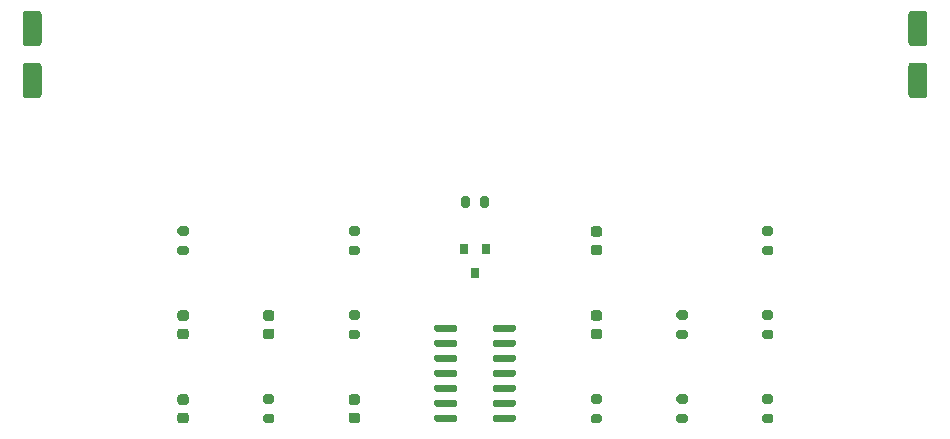
<source format=gbr>
G04 #@! TF.GenerationSoftware,KiCad,Pcbnew,(5.1.7)-1*
G04 #@! TF.CreationDate,2022-04-10T16:59:05-05:00*
G04 #@! TF.ProjectId,ConsolePedal8BitarSMT,436f6e73-6f6c-4655-9065-64616c384269,rev?*
G04 #@! TF.SameCoordinates,Original*
G04 #@! TF.FileFunction,Paste,Top*
G04 #@! TF.FilePolarity,Positive*
%FSLAX46Y46*%
G04 Gerber Fmt 4.6, Leading zero omitted, Abs format (unit mm)*
G04 Created by KiCad (PCBNEW (5.1.7)-1) date 2022-04-10 16:59:05*
%MOMM*%
%LPD*%
G01*
G04 APERTURE LIST*
%ADD10R,0.800000X0.900000*%
G04 APERTURE END LIST*
G04 #@! TO.C,C1*
G36*
G01*
X107750000Y-110825000D02*
X108250000Y-110825000D01*
G75*
G02*
X108475000Y-111050000I0J-225000D01*
G01*
X108475000Y-111500000D01*
G75*
G02*
X108250000Y-111725000I-225000J0D01*
G01*
X107750000Y-111725000D01*
G75*
G02*
X107525000Y-111500000I0J225000D01*
G01*
X107525000Y-111050000D01*
G75*
G02*
X107750000Y-110825000I225000J0D01*
G01*
G37*
G36*
G01*
X107750000Y-109275000D02*
X108250000Y-109275000D01*
G75*
G02*
X108475000Y-109500000I0J-225000D01*
G01*
X108475000Y-109950000D01*
G75*
G02*
X108250000Y-110175000I-225000J0D01*
G01*
X107750000Y-110175000D01*
G75*
G02*
X107525000Y-109950000I0J225000D01*
G01*
X107525000Y-109500000D01*
G75*
G02*
X107750000Y-109275000I225000J0D01*
G01*
G37*
G04 #@! TD*
G04 #@! TO.C,C2*
G36*
G01*
X122750000Y-110175000D02*
X122250000Y-110175000D01*
G75*
G02*
X122025000Y-109950000I0J225000D01*
G01*
X122025000Y-109500000D01*
G75*
G02*
X122250000Y-109275000I225000J0D01*
G01*
X122750000Y-109275000D01*
G75*
G02*
X122975000Y-109500000I0J-225000D01*
G01*
X122975000Y-109950000D01*
G75*
G02*
X122750000Y-110175000I-225000J0D01*
G01*
G37*
G36*
G01*
X122750000Y-111725000D02*
X122250000Y-111725000D01*
G75*
G02*
X122025000Y-111500000I0J225000D01*
G01*
X122025000Y-111050000D01*
G75*
G02*
X122250000Y-110825000I225000J0D01*
G01*
X122750000Y-110825000D01*
G75*
G02*
X122975000Y-111050000I0J-225000D01*
G01*
X122975000Y-111500000D01*
G75*
G02*
X122750000Y-111725000I-225000J0D01*
G01*
G37*
G04 #@! TD*
G04 #@! TO.C,C3*
G36*
G01*
X107750000Y-102160000D02*
X108250000Y-102160000D01*
G75*
G02*
X108475000Y-102385000I0J-225000D01*
G01*
X108475000Y-102835000D01*
G75*
G02*
X108250000Y-103060000I-225000J0D01*
G01*
X107750000Y-103060000D01*
G75*
G02*
X107525000Y-102835000I0J225000D01*
G01*
X107525000Y-102385000D01*
G75*
G02*
X107750000Y-102160000I225000J0D01*
G01*
G37*
G36*
G01*
X107750000Y-103710000D02*
X108250000Y-103710000D01*
G75*
G02*
X108475000Y-103935000I0J-225000D01*
G01*
X108475000Y-104385000D01*
G75*
G02*
X108250000Y-104610000I-225000J0D01*
G01*
X107750000Y-104610000D01*
G75*
G02*
X107525000Y-104385000I0J225000D01*
G01*
X107525000Y-103935000D01*
G75*
G02*
X107750000Y-103710000I225000J0D01*
G01*
G37*
G04 #@! TD*
G04 #@! TO.C,C4*
G36*
G01*
X115500000Y-103060000D02*
X115000000Y-103060000D01*
G75*
G02*
X114775000Y-102835000I0J225000D01*
G01*
X114775000Y-102385000D01*
G75*
G02*
X115000000Y-102160000I225000J0D01*
G01*
X115500000Y-102160000D01*
G75*
G02*
X115725000Y-102385000I0J-225000D01*
G01*
X115725000Y-102835000D01*
G75*
G02*
X115500000Y-103060000I-225000J0D01*
G01*
G37*
G36*
G01*
X115500000Y-104610000D02*
X115000000Y-104610000D01*
G75*
G02*
X114775000Y-104385000I0J225000D01*
G01*
X114775000Y-103935000D01*
G75*
G02*
X115000000Y-103710000I225000J0D01*
G01*
X115500000Y-103710000D01*
G75*
G02*
X115725000Y-103935000I0J-225000D01*
G01*
X115725000Y-104385000D01*
G75*
G02*
X115500000Y-104610000I-225000J0D01*
G01*
G37*
G04 #@! TD*
G04 #@! TO.C,C5*
G36*
G01*
X95765000Y-79800000D02*
X94665000Y-79800000D01*
G75*
G02*
X94415000Y-79550000I0J250000D01*
G01*
X94415000Y-77050000D01*
G75*
G02*
X94665000Y-76800000I250000J0D01*
G01*
X95765000Y-76800000D01*
G75*
G02*
X96015000Y-77050000I0J-250000D01*
G01*
X96015000Y-79550000D01*
G75*
G02*
X95765000Y-79800000I-250000J0D01*
G01*
G37*
G36*
G01*
X95765000Y-84200000D02*
X94665000Y-84200000D01*
G75*
G02*
X94415000Y-83950000I0J250000D01*
G01*
X94415000Y-81450000D01*
G75*
G02*
X94665000Y-81200000I250000J0D01*
G01*
X95765000Y-81200000D01*
G75*
G02*
X96015000Y-81450000I0J-250000D01*
G01*
X96015000Y-83950000D01*
G75*
G02*
X95765000Y-84200000I-250000J0D01*
G01*
G37*
G04 #@! TD*
G04 #@! TO.C,C6*
G36*
G01*
X142750000Y-102160000D02*
X143250000Y-102160000D01*
G75*
G02*
X143475000Y-102385000I0J-225000D01*
G01*
X143475000Y-102835000D01*
G75*
G02*
X143250000Y-103060000I-225000J0D01*
G01*
X142750000Y-103060000D01*
G75*
G02*
X142525000Y-102835000I0J225000D01*
G01*
X142525000Y-102385000D01*
G75*
G02*
X142750000Y-102160000I225000J0D01*
G01*
G37*
G36*
G01*
X142750000Y-103710000D02*
X143250000Y-103710000D01*
G75*
G02*
X143475000Y-103935000I0J-225000D01*
G01*
X143475000Y-104385000D01*
G75*
G02*
X143250000Y-104610000I-225000J0D01*
G01*
X142750000Y-104610000D01*
G75*
G02*
X142525000Y-104385000I0J225000D01*
G01*
X142525000Y-103935000D01*
G75*
G02*
X142750000Y-103710000I225000J0D01*
G01*
G37*
G04 #@! TD*
G04 #@! TO.C,C7*
G36*
G01*
X143250000Y-97495000D02*
X142750000Y-97495000D01*
G75*
G02*
X142525000Y-97270000I0J225000D01*
G01*
X142525000Y-96820000D01*
G75*
G02*
X142750000Y-96595000I225000J0D01*
G01*
X143250000Y-96595000D01*
G75*
G02*
X143475000Y-96820000I0J-225000D01*
G01*
X143475000Y-97270000D01*
G75*
G02*
X143250000Y-97495000I-225000J0D01*
G01*
G37*
G36*
G01*
X143250000Y-95945000D02*
X142750000Y-95945000D01*
G75*
G02*
X142525000Y-95720000I0J225000D01*
G01*
X142525000Y-95270000D01*
G75*
G02*
X142750000Y-95045000I225000J0D01*
G01*
X143250000Y-95045000D01*
G75*
G02*
X143475000Y-95270000I0J-225000D01*
G01*
X143475000Y-95720000D01*
G75*
G02*
X143250000Y-95945000I-225000J0D01*
G01*
G37*
G04 #@! TD*
G04 #@! TO.C,C8*
G36*
G01*
X170765000Y-84200000D02*
X169665000Y-84200000D01*
G75*
G02*
X169415000Y-83950000I0J250000D01*
G01*
X169415000Y-81450000D01*
G75*
G02*
X169665000Y-81200000I250000J0D01*
G01*
X170765000Y-81200000D01*
G75*
G02*
X171015000Y-81450000I0J-250000D01*
G01*
X171015000Y-83950000D01*
G75*
G02*
X170765000Y-84200000I-250000J0D01*
G01*
G37*
G36*
G01*
X170765000Y-79800000D02*
X169665000Y-79800000D01*
G75*
G02*
X169415000Y-79550000I0J250000D01*
G01*
X169415000Y-77050000D01*
G75*
G02*
X169665000Y-76800000I250000J0D01*
G01*
X170765000Y-76800000D01*
G75*
G02*
X171015000Y-77050000I0J-250000D01*
G01*
X171015000Y-79550000D01*
G75*
G02*
X170765000Y-79800000I-250000J0D01*
G01*
G37*
G04 #@! TD*
G04 #@! TO.C,IC2*
G36*
G01*
X129265000Y-103840000D02*
X129265000Y-103540000D01*
G75*
G02*
X129415000Y-103390000I150000J0D01*
G01*
X131065000Y-103390000D01*
G75*
G02*
X131215000Y-103540000I0J-150000D01*
G01*
X131215000Y-103840000D01*
G75*
G02*
X131065000Y-103990000I-150000J0D01*
G01*
X129415000Y-103990000D01*
G75*
G02*
X129265000Y-103840000I0J150000D01*
G01*
G37*
G36*
G01*
X129265000Y-105110000D02*
X129265000Y-104810000D01*
G75*
G02*
X129415000Y-104660000I150000J0D01*
G01*
X131065000Y-104660000D01*
G75*
G02*
X131215000Y-104810000I0J-150000D01*
G01*
X131215000Y-105110000D01*
G75*
G02*
X131065000Y-105260000I-150000J0D01*
G01*
X129415000Y-105260000D01*
G75*
G02*
X129265000Y-105110000I0J150000D01*
G01*
G37*
G36*
G01*
X129265000Y-106380000D02*
X129265000Y-106080000D01*
G75*
G02*
X129415000Y-105930000I150000J0D01*
G01*
X131065000Y-105930000D01*
G75*
G02*
X131215000Y-106080000I0J-150000D01*
G01*
X131215000Y-106380000D01*
G75*
G02*
X131065000Y-106530000I-150000J0D01*
G01*
X129415000Y-106530000D01*
G75*
G02*
X129265000Y-106380000I0J150000D01*
G01*
G37*
G36*
G01*
X129265000Y-107650000D02*
X129265000Y-107350000D01*
G75*
G02*
X129415000Y-107200000I150000J0D01*
G01*
X131065000Y-107200000D01*
G75*
G02*
X131215000Y-107350000I0J-150000D01*
G01*
X131215000Y-107650000D01*
G75*
G02*
X131065000Y-107800000I-150000J0D01*
G01*
X129415000Y-107800000D01*
G75*
G02*
X129265000Y-107650000I0J150000D01*
G01*
G37*
G36*
G01*
X129265000Y-108920000D02*
X129265000Y-108620000D01*
G75*
G02*
X129415000Y-108470000I150000J0D01*
G01*
X131065000Y-108470000D01*
G75*
G02*
X131215000Y-108620000I0J-150000D01*
G01*
X131215000Y-108920000D01*
G75*
G02*
X131065000Y-109070000I-150000J0D01*
G01*
X129415000Y-109070000D01*
G75*
G02*
X129265000Y-108920000I0J150000D01*
G01*
G37*
G36*
G01*
X129265000Y-110190000D02*
X129265000Y-109890000D01*
G75*
G02*
X129415000Y-109740000I150000J0D01*
G01*
X131065000Y-109740000D01*
G75*
G02*
X131215000Y-109890000I0J-150000D01*
G01*
X131215000Y-110190000D01*
G75*
G02*
X131065000Y-110340000I-150000J0D01*
G01*
X129415000Y-110340000D01*
G75*
G02*
X129265000Y-110190000I0J150000D01*
G01*
G37*
G36*
G01*
X129265000Y-111460000D02*
X129265000Y-111160000D01*
G75*
G02*
X129415000Y-111010000I150000J0D01*
G01*
X131065000Y-111010000D01*
G75*
G02*
X131215000Y-111160000I0J-150000D01*
G01*
X131215000Y-111460000D01*
G75*
G02*
X131065000Y-111610000I-150000J0D01*
G01*
X129415000Y-111610000D01*
G75*
G02*
X129265000Y-111460000I0J150000D01*
G01*
G37*
G36*
G01*
X134215000Y-111460000D02*
X134215000Y-111160000D01*
G75*
G02*
X134365000Y-111010000I150000J0D01*
G01*
X136015000Y-111010000D01*
G75*
G02*
X136165000Y-111160000I0J-150000D01*
G01*
X136165000Y-111460000D01*
G75*
G02*
X136015000Y-111610000I-150000J0D01*
G01*
X134365000Y-111610000D01*
G75*
G02*
X134215000Y-111460000I0J150000D01*
G01*
G37*
G36*
G01*
X134215000Y-110190000D02*
X134215000Y-109890000D01*
G75*
G02*
X134365000Y-109740000I150000J0D01*
G01*
X136015000Y-109740000D01*
G75*
G02*
X136165000Y-109890000I0J-150000D01*
G01*
X136165000Y-110190000D01*
G75*
G02*
X136015000Y-110340000I-150000J0D01*
G01*
X134365000Y-110340000D01*
G75*
G02*
X134215000Y-110190000I0J150000D01*
G01*
G37*
G36*
G01*
X134215000Y-108920000D02*
X134215000Y-108620000D01*
G75*
G02*
X134365000Y-108470000I150000J0D01*
G01*
X136015000Y-108470000D01*
G75*
G02*
X136165000Y-108620000I0J-150000D01*
G01*
X136165000Y-108920000D01*
G75*
G02*
X136015000Y-109070000I-150000J0D01*
G01*
X134365000Y-109070000D01*
G75*
G02*
X134215000Y-108920000I0J150000D01*
G01*
G37*
G36*
G01*
X134215000Y-107650000D02*
X134215000Y-107350000D01*
G75*
G02*
X134365000Y-107200000I150000J0D01*
G01*
X136015000Y-107200000D01*
G75*
G02*
X136165000Y-107350000I0J-150000D01*
G01*
X136165000Y-107650000D01*
G75*
G02*
X136015000Y-107800000I-150000J0D01*
G01*
X134365000Y-107800000D01*
G75*
G02*
X134215000Y-107650000I0J150000D01*
G01*
G37*
G36*
G01*
X134215000Y-106380000D02*
X134215000Y-106080000D01*
G75*
G02*
X134365000Y-105930000I150000J0D01*
G01*
X136015000Y-105930000D01*
G75*
G02*
X136165000Y-106080000I0J-150000D01*
G01*
X136165000Y-106380000D01*
G75*
G02*
X136015000Y-106530000I-150000J0D01*
G01*
X134365000Y-106530000D01*
G75*
G02*
X134215000Y-106380000I0J150000D01*
G01*
G37*
G36*
G01*
X134215000Y-105110000D02*
X134215000Y-104810000D01*
G75*
G02*
X134365000Y-104660000I150000J0D01*
G01*
X136015000Y-104660000D01*
G75*
G02*
X136165000Y-104810000I0J-150000D01*
G01*
X136165000Y-105110000D01*
G75*
G02*
X136015000Y-105260000I-150000J0D01*
G01*
X134365000Y-105260000D01*
G75*
G02*
X134215000Y-105110000I0J150000D01*
G01*
G37*
G36*
G01*
X134215000Y-103840000D02*
X134215000Y-103540000D01*
G75*
G02*
X134365000Y-103390000I150000J0D01*
G01*
X136015000Y-103390000D01*
G75*
G02*
X136165000Y-103540000I0J-150000D01*
G01*
X136165000Y-103840000D01*
G75*
G02*
X136015000Y-103990000I-150000J0D01*
G01*
X134365000Y-103990000D01*
G75*
G02*
X134215000Y-103840000I0J150000D01*
G01*
G37*
G04 #@! TD*
D10*
G04 #@! TO.C,Q1*
X133665000Y-97000000D03*
X131765000Y-97000000D03*
X132715000Y-99000000D03*
G04 #@! TD*
G04 #@! TO.C,R1*
G36*
G01*
X157775000Y-111725000D02*
X157225000Y-111725000D01*
G75*
G02*
X157025000Y-111525000I0J200000D01*
G01*
X157025000Y-111125000D01*
G75*
G02*
X157225000Y-110925000I200000J0D01*
G01*
X157775000Y-110925000D01*
G75*
G02*
X157975000Y-111125000I0J-200000D01*
G01*
X157975000Y-111525000D01*
G75*
G02*
X157775000Y-111725000I-200000J0D01*
G01*
G37*
G36*
G01*
X157775000Y-110075000D02*
X157225000Y-110075000D01*
G75*
G02*
X157025000Y-109875000I0J200000D01*
G01*
X157025000Y-109475000D01*
G75*
G02*
X157225000Y-109275000I200000J0D01*
G01*
X157775000Y-109275000D01*
G75*
G02*
X157975000Y-109475000I0J-200000D01*
G01*
X157975000Y-109875000D01*
G75*
G02*
X157775000Y-110075000I-200000J0D01*
G01*
G37*
G04 #@! TD*
G04 #@! TO.C,R2*
G36*
G01*
X115525000Y-110075000D02*
X114975000Y-110075000D01*
G75*
G02*
X114775000Y-109875000I0J200000D01*
G01*
X114775000Y-109475000D01*
G75*
G02*
X114975000Y-109275000I200000J0D01*
G01*
X115525000Y-109275000D01*
G75*
G02*
X115725000Y-109475000I0J-200000D01*
G01*
X115725000Y-109875000D01*
G75*
G02*
X115525000Y-110075000I-200000J0D01*
G01*
G37*
G36*
G01*
X115525000Y-111725000D02*
X114975000Y-111725000D01*
G75*
G02*
X114775000Y-111525000I0J200000D01*
G01*
X114775000Y-111125000D01*
G75*
G02*
X114975000Y-110925000I200000J0D01*
G01*
X115525000Y-110925000D01*
G75*
G02*
X115725000Y-111125000I0J-200000D01*
G01*
X115725000Y-111525000D01*
G75*
G02*
X115525000Y-111725000I-200000J0D01*
G01*
G37*
G04 #@! TD*
G04 #@! TO.C,R4*
G36*
G01*
X122775000Y-102960000D02*
X122225000Y-102960000D01*
G75*
G02*
X122025000Y-102760000I0J200000D01*
G01*
X122025000Y-102360000D01*
G75*
G02*
X122225000Y-102160000I200000J0D01*
G01*
X122775000Y-102160000D01*
G75*
G02*
X122975000Y-102360000I0J-200000D01*
G01*
X122975000Y-102760000D01*
G75*
G02*
X122775000Y-102960000I-200000J0D01*
G01*
G37*
G36*
G01*
X122775000Y-104610000D02*
X122225000Y-104610000D01*
G75*
G02*
X122025000Y-104410000I0J200000D01*
G01*
X122025000Y-104010000D01*
G75*
G02*
X122225000Y-103810000I200000J0D01*
G01*
X122775000Y-103810000D01*
G75*
G02*
X122975000Y-104010000I0J-200000D01*
G01*
X122975000Y-104410000D01*
G75*
G02*
X122775000Y-104610000I-200000J0D01*
G01*
G37*
G04 #@! TD*
G04 #@! TO.C,R5*
G36*
G01*
X122225000Y-96695000D02*
X122775000Y-96695000D01*
G75*
G02*
X122975000Y-96895000I0J-200000D01*
G01*
X122975000Y-97295000D01*
G75*
G02*
X122775000Y-97495000I-200000J0D01*
G01*
X122225000Y-97495000D01*
G75*
G02*
X122025000Y-97295000I0J200000D01*
G01*
X122025000Y-96895000D01*
G75*
G02*
X122225000Y-96695000I200000J0D01*
G01*
G37*
G36*
G01*
X122225000Y-95045000D02*
X122775000Y-95045000D01*
G75*
G02*
X122975000Y-95245000I0J-200000D01*
G01*
X122975000Y-95645000D01*
G75*
G02*
X122775000Y-95845000I-200000J0D01*
G01*
X122225000Y-95845000D01*
G75*
G02*
X122025000Y-95645000I0J200000D01*
G01*
X122025000Y-95245000D01*
G75*
G02*
X122225000Y-95045000I200000J0D01*
G01*
G37*
G04 #@! TD*
G04 #@! TO.C,R6*
G36*
G01*
X149975000Y-109275000D02*
X150525000Y-109275000D01*
G75*
G02*
X150725000Y-109475000I0J-200000D01*
G01*
X150725000Y-109875000D01*
G75*
G02*
X150525000Y-110075000I-200000J0D01*
G01*
X149975000Y-110075000D01*
G75*
G02*
X149775000Y-109875000I0J200000D01*
G01*
X149775000Y-109475000D01*
G75*
G02*
X149975000Y-109275000I200000J0D01*
G01*
G37*
G36*
G01*
X149975000Y-110925000D02*
X150525000Y-110925000D01*
G75*
G02*
X150725000Y-111125000I0J-200000D01*
G01*
X150725000Y-111525000D01*
G75*
G02*
X150525000Y-111725000I-200000J0D01*
G01*
X149975000Y-111725000D01*
G75*
G02*
X149775000Y-111525000I0J200000D01*
G01*
X149775000Y-111125000D01*
G75*
G02*
X149975000Y-110925000I200000J0D01*
G01*
G37*
G04 #@! TD*
G04 #@! TO.C,R7*
G36*
G01*
X150525000Y-102960000D02*
X149975000Y-102960000D01*
G75*
G02*
X149775000Y-102760000I0J200000D01*
G01*
X149775000Y-102360000D01*
G75*
G02*
X149975000Y-102160000I200000J0D01*
G01*
X150525000Y-102160000D01*
G75*
G02*
X150725000Y-102360000I0J-200000D01*
G01*
X150725000Y-102760000D01*
G75*
G02*
X150525000Y-102960000I-200000J0D01*
G01*
G37*
G36*
G01*
X150525000Y-104610000D02*
X149975000Y-104610000D01*
G75*
G02*
X149775000Y-104410000I0J200000D01*
G01*
X149775000Y-104010000D01*
G75*
G02*
X149975000Y-103810000I200000J0D01*
G01*
X150525000Y-103810000D01*
G75*
G02*
X150725000Y-104010000I0J-200000D01*
G01*
X150725000Y-104410000D01*
G75*
G02*
X150525000Y-104610000I-200000J0D01*
G01*
G37*
G04 #@! TD*
G04 #@! TO.C,R8*
G36*
G01*
X157225000Y-102160000D02*
X157775000Y-102160000D01*
G75*
G02*
X157975000Y-102360000I0J-200000D01*
G01*
X157975000Y-102760000D01*
G75*
G02*
X157775000Y-102960000I-200000J0D01*
G01*
X157225000Y-102960000D01*
G75*
G02*
X157025000Y-102760000I0J200000D01*
G01*
X157025000Y-102360000D01*
G75*
G02*
X157225000Y-102160000I200000J0D01*
G01*
G37*
G36*
G01*
X157225000Y-103810000D02*
X157775000Y-103810000D01*
G75*
G02*
X157975000Y-104010000I0J-200000D01*
G01*
X157975000Y-104410000D01*
G75*
G02*
X157775000Y-104610000I-200000J0D01*
G01*
X157225000Y-104610000D01*
G75*
G02*
X157025000Y-104410000I0J200000D01*
G01*
X157025000Y-104010000D01*
G75*
G02*
X157225000Y-103810000I200000J0D01*
G01*
G37*
G04 #@! TD*
G04 #@! TO.C,R9*
G36*
G01*
X142725000Y-109275000D02*
X143275000Y-109275000D01*
G75*
G02*
X143475000Y-109475000I0J-200000D01*
G01*
X143475000Y-109875000D01*
G75*
G02*
X143275000Y-110075000I-200000J0D01*
G01*
X142725000Y-110075000D01*
G75*
G02*
X142525000Y-109875000I0J200000D01*
G01*
X142525000Y-109475000D01*
G75*
G02*
X142725000Y-109275000I200000J0D01*
G01*
G37*
G36*
G01*
X142725000Y-110925000D02*
X143275000Y-110925000D01*
G75*
G02*
X143475000Y-111125000I0J-200000D01*
G01*
X143475000Y-111525000D01*
G75*
G02*
X143275000Y-111725000I-200000J0D01*
G01*
X142725000Y-111725000D01*
G75*
G02*
X142525000Y-111525000I0J200000D01*
G01*
X142525000Y-111125000D01*
G75*
G02*
X142725000Y-110925000I200000J0D01*
G01*
G37*
G04 #@! TD*
G04 #@! TO.C,R10*
G36*
G01*
X131490000Y-93275000D02*
X131490000Y-92725000D01*
G75*
G02*
X131690000Y-92525000I200000J0D01*
G01*
X132090000Y-92525000D01*
G75*
G02*
X132290000Y-92725000I0J-200000D01*
G01*
X132290000Y-93275000D01*
G75*
G02*
X132090000Y-93475000I-200000J0D01*
G01*
X131690000Y-93475000D01*
G75*
G02*
X131490000Y-93275000I0J200000D01*
G01*
G37*
G36*
G01*
X133140000Y-93275000D02*
X133140000Y-92725000D01*
G75*
G02*
X133340000Y-92525000I200000J0D01*
G01*
X133740000Y-92525000D01*
G75*
G02*
X133940000Y-92725000I0J-200000D01*
G01*
X133940000Y-93275000D01*
G75*
G02*
X133740000Y-93475000I-200000J0D01*
G01*
X133340000Y-93475000D01*
G75*
G02*
X133140000Y-93275000I0J200000D01*
G01*
G37*
G04 #@! TD*
G04 #@! TO.C,R12*
G36*
G01*
X108275000Y-97495000D02*
X107725000Y-97495000D01*
G75*
G02*
X107525000Y-97295000I0J200000D01*
G01*
X107525000Y-96895000D01*
G75*
G02*
X107725000Y-96695000I200000J0D01*
G01*
X108275000Y-96695000D01*
G75*
G02*
X108475000Y-96895000I0J-200000D01*
G01*
X108475000Y-97295000D01*
G75*
G02*
X108275000Y-97495000I-200000J0D01*
G01*
G37*
G36*
G01*
X108275000Y-95845000D02*
X107725000Y-95845000D01*
G75*
G02*
X107525000Y-95645000I0J200000D01*
G01*
X107525000Y-95245000D01*
G75*
G02*
X107725000Y-95045000I200000J0D01*
G01*
X108275000Y-95045000D01*
G75*
G02*
X108475000Y-95245000I0J-200000D01*
G01*
X108475000Y-95645000D01*
G75*
G02*
X108275000Y-95845000I-200000J0D01*
G01*
G37*
G04 #@! TD*
G04 #@! TO.C,R13*
G36*
G01*
X157775000Y-95845000D02*
X157225000Y-95845000D01*
G75*
G02*
X157025000Y-95645000I0J200000D01*
G01*
X157025000Y-95245000D01*
G75*
G02*
X157225000Y-95045000I200000J0D01*
G01*
X157775000Y-95045000D01*
G75*
G02*
X157975000Y-95245000I0J-200000D01*
G01*
X157975000Y-95645000D01*
G75*
G02*
X157775000Y-95845000I-200000J0D01*
G01*
G37*
G36*
G01*
X157775000Y-97495000D02*
X157225000Y-97495000D01*
G75*
G02*
X157025000Y-97295000I0J200000D01*
G01*
X157025000Y-96895000D01*
G75*
G02*
X157225000Y-96695000I200000J0D01*
G01*
X157775000Y-96695000D01*
G75*
G02*
X157975000Y-96895000I0J-200000D01*
G01*
X157975000Y-97295000D01*
G75*
G02*
X157775000Y-97495000I-200000J0D01*
G01*
G37*
G04 #@! TD*
M02*

</source>
